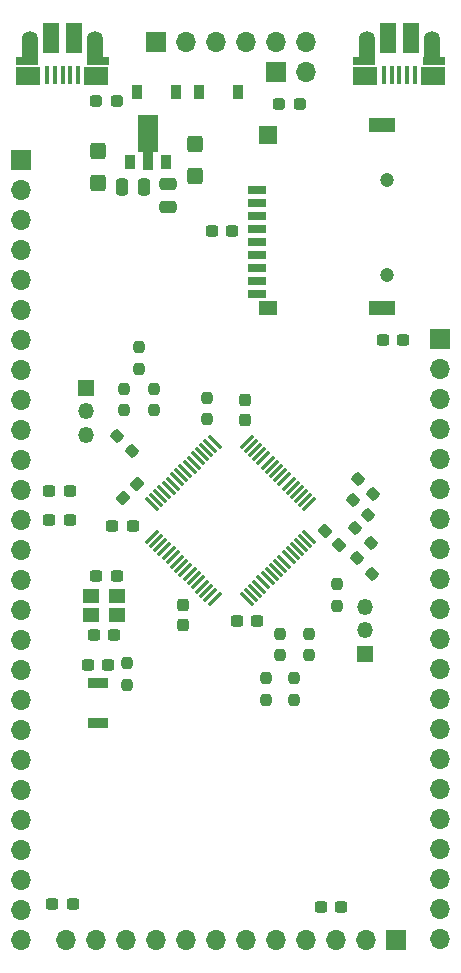
<source format=gts>
%TF.GenerationSoftware,KiCad,Pcbnew,(6.0.0)*%
%TF.CreationDate,2022-07-08T16:33:05-04:00*%
%TF.ProjectId,CH32V307_RCT6,43483332-5633-4303-975f-524354362e6b,rev?*%
%TF.SameCoordinates,Original*%
%TF.FileFunction,Soldermask,Top*%
%TF.FilePolarity,Negative*%
%FSLAX46Y46*%
G04 Gerber Fmt 4.6, Leading zero omitted, Abs format (unit mm)*
G04 Created by KiCad (PCBNEW (6.0.0)) date 2022-07-08 16:33:05*
%MOMM*%
%LPD*%
G01*
G04 APERTURE LIST*
G04 Aperture macros list*
%AMRoundRect*
0 Rectangle with rounded corners*
0 $1 Rounding radius*
0 $2 $3 $4 $5 $6 $7 $8 $9 X,Y pos of 4 corners*
0 Add a 4 corners polygon primitive as box body*
4,1,4,$2,$3,$4,$5,$6,$7,$8,$9,$2,$3,0*
0 Add four circle primitives for the rounded corners*
1,1,$1+$1,$2,$3*
1,1,$1+$1,$4,$5*
1,1,$1+$1,$6,$7*
1,1,$1+$1,$8,$9*
0 Add four rect primitives between the rounded corners*
20,1,$1+$1,$2,$3,$4,$5,0*
20,1,$1+$1,$4,$5,$6,$7,0*
20,1,$1+$1,$6,$7,$8,$9,0*
20,1,$1+$1,$8,$9,$2,$3,0*%
%AMFreePoly0*
4,1,9,3.862500,-0.866500,0.737500,-0.866500,0.737500,-0.450000,-0.737500,-0.450000,-0.737500,0.450000,0.737500,0.450000,0.737500,0.866500,3.862500,0.866500,3.862500,-0.866500,3.862500,-0.866500,$1*%
G04 Aperture macros list end*
%ADD10RoundRect,0.237500X0.344715X-0.008839X-0.008839X0.344715X-0.344715X0.008839X0.008839X-0.344715X0*%
%ADD11RoundRect,0.237500X0.237500X-0.300000X0.237500X0.300000X-0.237500X0.300000X-0.237500X-0.300000X0*%
%ADD12RoundRect,0.237500X0.237500X-0.250000X0.237500X0.250000X-0.237500X0.250000X-0.237500X-0.250000X0*%
%ADD13RoundRect,0.250000X-0.425000X0.450000X-0.425000X-0.450000X0.425000X-0.450000X0.425000X0.450000X0*%
%ADD14R,1.700000X1.700000*%
%ADD15O,1.700000X1.700000*%
%ADD16RoundRect,0.237500X-0.344715X0.008839X0.008839X-0.344715X0.344715X-0.008839X-0.008839X0.344715X0*%
%ADD17RoundRect,0.237500X0.300000X0.237500X-0.300000X0.237500X-0.300000X-0.237500X0.300000X-0.237500X0*%
%ADD18RoundRect,0.075000X-0.441942X-0.548008X0.548008X0.441942X0.441942X0.548008X-0.548008X-0.441942X0*%
%ADD19RoundRect,0.075000X0.441942X-0.548008X0.548008X-0.441942X-0.441942X0.548008X-0.548008X0.441942X0*%
%ADD20RoundRect,0.237500X-0.237500X0.250000X-0.237500X-0.250000X0.237500X-0.250000X0.237500X0.250000X0*%
%ADD21R,0.900000X1.200000*%
%ADD22R,1.400000X1.150000*%
%ADD23R,0.400000X1.650000*%
%ADD24O,1.100000X1.500000*%
%ADD25R,1.825000X0.700000*%
%ADD26R,1.430000X2.500000*%
%ADD27O,1.350000X1.700000*%
%ADD28R,1.350000X2.000000*%
%ADD29R,2.000000X1.500000*%
%ADD30R,1.700000X0.900000*%
%ADD31R,0.900000X1.300000*%
%ADD32FreePoly0,90.000000*%
%ADD33RoundRect,0.237500X-0.300000X-0.237500X0.300000X-0.237500X0.300000X0.237500X-0.300000X0.237500X0*%
%ADD34RoundRect,0.250000X0.250000X0.475000X-0.250000X0.475000X-0.250000X-0.475000X0.250000X-0.475000X0*%
%ADD35R,1.350000X1.350000*%
%ADD36O,1.350000X1.350000*%
%ADD37RoundRect,0.237500X0.287500X0.237500X-0.287500X0.237500X-0.287500X-0.237500X0.287500X-0.237500X0*%
%ADD38C,1.200000*%
%ADD39R,1.600000X0.700000*%
%ADD40R,1.500000X1.200000*%
%ADD41R,2.200000X1.200000*%
%ADD42R,1.500000X1.600000*%
%ADD43RoundRect,0.237500X-0.380070X0.044194X0.044194X-0.380070X0.380070X-0.044194X-0.044194X0.380070X0*%
%ADD44RoundRect,0.250000X-0.475000X0.250000X-0.475000X-0.250000X0.475000X-0.250000X0.475000X0.250000X0*%
%ADD45RoundRect,0.237500X-0.287500X-0.237500X0.287500X-0.237500X0.287500X0.237500X-0.287500X0.237500X0*%
%ADD46RoundRect,0.237500X-0.044194X-0.380070X0.380070X0.044194X0.044194X0.380070X-0.380070X-0.044194X0*%
%ADD47RoundRect,0.237500X-0.237500X0.300000X-0.237500X-0.300000X0.237500X-0.300000X0.237500X0.300000X0*%
G04 APERTURE END LIST*
D10*
%TO.C,R10*%
X141645235Y-86645235D03*
X140354765Y-85354765D03*
%TD*%
D11*
%TO.C,C2*%
X151200000Y-84000000D03*
X151200000Y-82275000D03*
%TD*%
D12*
%TO.C,R11*%
X148000000Y-83912500D03*
X148000000Y-82087500D03*
%TD*%
D13*
%TO.C,C12*%
X147000000Y-60650000D03*
X147000000Y-63350000D03*
%TD*%
D14*
%TO.C,J7*%
X143650000Y-52000000D03*
D15*
X146190000Y-52000000D03*
X148730000Y-52000000D03*
X151270000Y-52000000D03*
X153810000Y-52000000D03*
X156350000Y-52000000D03*
%TD*%
D16*
%TO.C,R2*%
X160354765Y-90754765D03*
X161645235Y-92045235D03*
%TD*%
D17*
%TO.C,C17*%
X164612500Y-77250000D03*
X162887500Y-77250000D03*
%TD*%
D13*
%TO.C,C13*%
X138750000Y-61250000D03*
X138750000Y-63950000D03*
%TD*%
D18*
%TO.C,U1*%
X143335519Y-93861181D03*
X143689072Y-94214734D03*
X144042625Y-94568287D03*
X144396179Y-94921841D03*
X144749732Y-95275394D03*
X145103286Y-95628948D03*
X145456839Y-95982501D03*
X145810392Y-96336054D03*
X146163946Y-96689608D03*
X146517499Y-97043161D03*
X146871052Y-97396714D03*
X147224606Y-97750268D03*
X147578159Y-98103821D03*
X147931713Y-98457375D03*
X148285266Y-98810928D03*
X148638819Y-99164481D03*
D19*
X151361181Y-99164481D03*
X151714734Y-98810928D03*
X152068287Y-98457375D03*
X152421841Y-98103821D03*
X152775394Y-97750268D03*
X153128948Y-97396714D03*
X153482501Y-97043161D03*
X153836054Y-96689608D03*
X154189608Y-96336054D03*
X154543161Y-95982501D03*
X154896714Y-95628948D03*
X155250268Y-95275394D03*
X155603821Y-94921841D03*
X155957375Y-94568287D03*
X156310928Y-94214734D03*
X156664481Y-93861181D03*
D18*
X156664481Y-91138819D03*
X156310928Y-90785266D03*
X155957375Y-90431713D03*
X155603821Y-90078159D03*
X155250268Y-89724606D03*
X154896714Y-89371052D03*
X154543161Y-89017499D03*
X154189608Y-88663946D03*
X153836054Y-88310392D03*
X153482501Y-87956839D03*
X153128948Y-87603286D03*
X152775394Y-87249732D03*
X152421841Y-86896179D03*
X152068287Y-86542625D03*
X151714734Y-86189072D03*
X151361181Y-85835519D03*
D19*
X148638819Y-85835519D03*
X148285266Y-86189072D03*
X147931713Y-86542625D03*
X147578159Y-86896179D03*
X147224606Y-87249732D03*
X146871052Y-87603286D03*
X146517499Y-87956839D03*
X146163946Y-88310392D03*
X145810392Y-88663946D03*
X145456839Y-89017499D03*
X145103286Y-89371052D03*
X144749732Y-89724606D03*
X144396179Y-90078159D03*
X144042625Y-90431713D03*
X143689072Y-90785266D03*
X143335519Y-91138819D03*
%TD*%
D20*
%TO.C,R7*%
X154200000Y-102087500D03*
X154200000Y-103912500D03*
%TD*%
D21*
%TO.C,D1*%
X147350000Y-56250000D03*
X150650000Y-56250000D03*
%TD*%
D20*
%TO.C,R8*%
X153000000Y-105837500D03*
X153000000Y-107662500D03*
%TD*%
D22*
%TO.C,Y1*%
X138150000Y-100500000D03*
X140350000Y-100500000D03*
X140350000Y-98900000D03*
X138150000Y-98900000D03*
%TD*%
D23*
%TO.C,J1*%
X165575000Y-54765000D03*
X164925000Y-54765000D03*
X164275000Y-54765000D03*
X163625000Y-54765000D03*
X162975000Y-54765000D03*
D24*
X166695000Y-54885000D03*
D25*
X167225000Y-53565000D03*
D26*
X165235000Y-51615000D03*
D25*
X161275000Y-53565000D03*
D27*
X167005000Y-51885000D03*
D28*
X161525000Y-52815000D03*
D26*
X163315000Y-51615000D03*
D29*
X167125000Y-54865000D03*
D24*
X161855000Y-54885000D03*
D29*
X161375000Y-54885000D03*
D27*
X161545000Y-51885000D03*
D28*
X167005000Y-52815000D03*
%TD*%
D21*
%TO.C,D2*%
X145400000Y-56250000D03*
X142100000Y-56250000D03*
%TD*%
D17*
%TO.C,C10*%
X150112500Y-68000000D03*
X148387500Y-68000000D03*
%TD*%
D20*
%TO.C,R5*%
X156600000Y-102087500D03*
X156600000Y-103912500D03*
%TD*%
D14*
%TO.C,J4*%
X153800000Y-54500000D03*
D15*
X156340000Y-54500000D03*
%TD*%
D14*
%TO.C,J8*%
X164000000Y-128000000D03*
D15*
X161460000Y-128000000D03*
X158920000Y-128000000D03*
X156380000Y-128000000D03*
X153840000Y-128000000D03*
X151300000Y-128000000D03*
X148760000Y-128000000D03*
X146220000Y-128000000D03*
X143680000Y-128000000D03*
X141140000Y-128000000D03*
X138600000Y-128000000D03*
X136060000Y-128000000D03*
%TD*%
D30*
%TO.C,SW1*%
X138750000Y-106250000D03*
X138750000Y-109650000D03*
%TD*%
D31*
%TO.C,U2*%
X141500000Y-62150000D03*
D32*
X143000000Y-62062500D03*
D31*
X144500000Y-62150000D03*
%TD*%
D14*
%TO.C,J3*%
X132250000Y-61960000D03*
D15*
X132250000Y-64500000D03*
X132250000Y-67040000D03*
X132250000Y-69580000D03*
X132250000Y-72120000D03*
X132250000Y-74660000D03*
X132250000Y-77200000D03*
X132250000Y-79740000D03*
X132250000Y-82280000D03*
X132250000Y-84820000D03*
X132250000Y-87360000D03*
X132250000Y-89900000D03*
X132250000Y-92440000D03*
X132250000Y-94980000D03*
X132250000Y-97520000D03*
X132250000Y-100060000D03*
X132250000Y-102600000D03*
X132250000Y-105140000D03*
X132250000Y-107680000D03*
X132250000Y-110220000D03*
X132250000Y-112760000D03*
X132250000Y-115300000D03*
X132250000Y-117840000D03*
X132250000Y-120380000D03*
X132250000Y-122920000D03*
X132250000Y-125460000D03*
X132250000Y-128000000D03*
%TD*%
D12*
%TO.C,R12*%
X143500000Y-83162500D03*
X143500000Y-81337500D03*
%TD*%
D17*
%TO.C,C3*%
X141712500Y-93000000D03*
X139987500Y-93000000D03*
%TD*%
D33*
%TO.C,C19*%
X134887500Y-125000000D03*
X136612500Y-125000000D03*
%TD*%
D34*
%TO.C,C14*%
X142700000Y-64250000D03*
X140800000Y-64250000D03*
%TD*%
D33*
%TO.C,C18*%
X157637500Y-125250000D03*
X159362500Y-125250000D03*
%TD*%
D20*
%TO.C,R6*%
X155400000Y-105837500D03*
X155400000Y-107662500D03*
%TD*%
D35*
%TO.C,JP2*%
X137750000Y-81250000D03*
D36*
X137750000Y-83250000D03*
X137750000Y-85250000D03*
%TD*%
D37*
%TO.C,F2*%
X155875000Y-57250000D03*
X154125000Y-57250000D03*
%TD*%
D38*
%TO.C,J5*%
X163200000Y-63700000D03*
X163200000Y-71700000D03*
D39*
X152200000Y-64500000D03*
X152200000Y-65600000D03*
X152200000Y-66700000D03*
X152200000Y-67800000D03*
X152200000Y-68900000D03*
X152200000Y-70000000D03*
X152200000Y-71100000D03*
X152200000Y-72200000D03*
D40*
X153200000Y-74500000D03*
D41*
X162800000Y-74500000D03*
D42*
X153200000Y-59900000D03*
D41*
X162800000Y-59000000D03*
D39*
X152200000Y-73300000D03*
%TD*%
D43*
%TO.C,C6*%
X157990120Y-93390120D03*
X159209880Y-94609880D03*
%TD*%
D17*
%TO.C,C15*%
X136362500Y-90000000D03*
X134637500Y-90000000D03*
%TD*%
D20*
%TO.C,R9*%
X159000000Y-97887500D03*
X159000000Y-99712500D03*
%TD*%
D14*
%TO.C,J6*%
X167750000Y-77160000D03*
D15*
X167750000Y-79700000D03*
X167750000Y-82240000D03*
X167750000Y-84780000D03*
X167750000Y-87320000D03*
X167750000Y-89860000D03*
X167750000Y-92400000D03*
X167750000Y-94940000D03*
X167750000Y-97480000D03*
X167750000Y-100020000D03*
X167750000Y-102560000D03*
X167750000Y-105100000D03*
X167750000Y-107640000D03*
X167750000Y-110180000D03*
X167750000Y-112720000D03*
X167750000Y-115260000D03*
X167750000Y-117800000D03*
X167750000Y-120340000D03*
X167750000Y-122880000D03*
X167750000Y-125420000D03*
X167750000Y-127960000D03*
%TD*%
D44*
%TO.C,C11*%
X144700000Y-64050000D03*
X144700000Y-65950000D03*
%TD*%
D12*
%TO.C,R14*%
X141000000Y-83162500D03*
X141000000Y-81337500D03*
%TD*%
D20*
%TO.C,R15*%
X141250000Y-104587500D03*
X141250000Y-106412500D03*
%TD*%
D45*
%TO.C,F1*%
X138625000Y-57000000D03*
X140375000Y-57000000D03*
%TD*%
D17*
%TO.C,C7*%
X139612500Y-104700000D03*
X137887500Y-104700000D03*
%TD*%
%TO.C,C4*%
X152262500Y-101000000D03*
X150537500Y-101000000D03*
%TD*%
D23*
%TO.C,J2*%
X137075000Y-54765000D03*
X136425000Y-54765000D03*
X135775000Y-54765000D03*
X135125000Y-54765000D03*
X134475000Y-54765000D03*
D27*
X133045000Y-51885000D03*
D24*
X138195000Y-54885000D03*
D28*
X133025000Y-52815000D03*
X138505000Y-52815000D03*
D29*
X138625000Y-54865000D03*
D25*
X132775000Y-53565000D03*
D24*
X133355000Y-54885000D03*
D26*
X134815000Y-51615000D03*
X136735000Y-51615000D03*
D27*
X138505000Y-51885000D03*
D29*
X132875000Y-54885000D03*
D25*
X138725000Y-53565000D03*
%TD*%
D16*
%TO.C,R4*%
X160709530Y-95709530D03*
X162000000Y-97000000D03*
%TD*%
D12*
%TO.C,R13*%
X142250000Y-79662500D03*
X142250000Y-77837500D03*
%TD*%
D46*
%TO.C,C1*%
X140890120Y-90609880D03*
X142109880Y-89390120D03*
%TD*%
D33*
%TO.C,C8*%
X138637500Y-97200000D03*
X140362500Y-97200000D03*
%TD*%
D35*
%TO.C,JP1*%
X161400000Y-103800000D03*
D36*
X161400000Y-101800000D03*
X161400000Y-99800000D03*
%TD*%
D17*
%TO.C,C16*%
X136362500Y-92500000D03*
X134637500Y-92500000D03*
%TD*%
D16*
%TO.C,R3*%
X160554765Y-93154765D03*
X161845235Y-94445235D03*
%TD*%
%TO.C,R1*%
X160754765Y-88954765D03*
X162045235Y-90245235D03*
%TD*%
D47*
%TO.C,C5*%
X146000000Y-99637500D03*
X146000000Y-101362500D03*
%TD*%
D33*
%TO.C,C9*%
X138387500Y-102200000D03*
X140112500Y-102200000D03*
%TD*%
M02*

</source>
